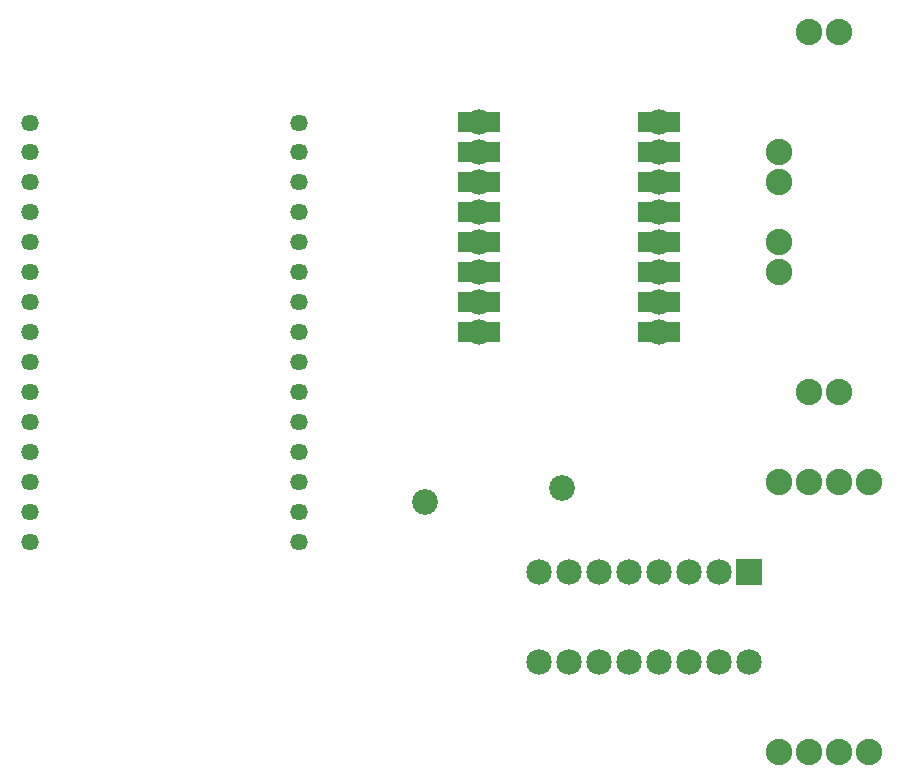
<source format=gts>
G04 MADE WITH FRITZING*
G04 WWW.FRITZING.ORG*
G04 DOUBLE SIDED*
G04 HOLES PLATED*
G04 CONTOUR ON CENTER OF CONTOUR VECTOR*
%ASAXBY*%
%FSLAX23Y23*%
%MOIN*%
%OFA0B0*%
%SFA1.0B1.0*%
%ADD10C,0.085000*%
%ADD11C,0.088000*%
%ADD12C,0.084000*%
%ADD13C,0.057829*%
%ADD14C,0.085433*%
%ADD15R,0.085000X0.085000*%
%ADD16R,0.001000X0.001000*%
%LNMASK1*%
G90*
G70*
G54D10*
X2748Y710D03*
X2748Y410D03*
X2648Y710D03*
X2648Y410D03*
X2548Y710D03*
X2548Y410D03*
X2448Y710D03*
X2448Y410D03*
X2348Y710D03*
X2348Y410D03*
X2248Y710D03*
X2248Y410D03*
X2148Y710D03*
X2148Y410D03*
X2048Y710D03*
X2048Y410D03*
G54D11*
X3048Y1310D03*
X2948Y1310D03*
G54D12*
X2448Y2210D03*
X2448Y2110D03*
X2448Y2010D03*
X2448Y1910D03*
X2448Y1810D03*
X2448Y1710D03*
X2448Y1610D03*
X2448Y1510D03*
X1848Y1510D03*
X1848Y1610D03*
X1848Y1710D03*
X1848Y1810D03*
X1848Y1910D03*
X1848Y2010D03*
X1848Y2110D03*
X1848Y2210D03*
G54D13*
X1248Y2009D03*
X351Y2208D03*
X351Y2109D03*
X351Y2009D03*
X351Y1909D03*
X351Y1809D03*
X1248Y2109D03*
X1248Y2208D03*
X1248Y1909D03*
X351Y1709D03*
X351Y1609D03*
X351Y1510D03*
X351Y1410D03*
X351Y1310D03*
X351Y1210D03*
X351Y1110D03*
X351Y1010D03*
X351Y910D03*
X351Y811D03*
X1248Y1510D03*
X1248Y1410D03*
X1248Y1310D03*
X1248Y1210D03*
X1248Y1110D03*
X1248Y1010D03*
X1248Y910D03*
X1248Y811D03*
X1248Y1809D03*
X1248Y1709D03*
X1248Y1609D03*
G54D11*
X2848Y2110D03*
X2848Y2010D03*
X2848Y1810D03*
X2848Y1710D03*
X3048Y2510D03*
X2948Y2510D03*
X2948Y110D03*
X2848Y110D03*
X3048Y110D03*
X3148Y110D03*
X3148Y1010D03*
X3048Y1010D03*
X2948Y1010D03*
X2848Y1010D03*
G54D14*
X1668Y944D03*
X2124Y992D03*
G54D15*
X2748Y710D03*
G54D16*
X1778Y2244D02*
X1918Y2244D01*
X2378Y2244D02*
X2518Y2244D01*
X1778Y2243D02*
X1918Y2243D01*
X2378Y2243D02*
X2518Y2243D01*
X1778Y2242D02*
X1918Y2242D01*
X2378Y2242D02*
X2518Y2242D01*
X1778Y2241D02*
X1918Y2241D01*
X2378Y2241D02*
X2518Y2241D01*
X1778Y2240D02*
X1918Y2240D01*
X2378Y2240D02*
X2518Y2240D01*
X1778Y2239D02*
X1918Y2239D01*
X2378Y2239D02*
X2518Y2239D01*
X1778Y2238D02*
X1918Y2238D01*
X2378Y2238D02*
X2518Y2238D01*
X1778Y2237D02*
X1918Y2237D01*
X2378Y2237D02*
X2518Y2237D01*
X1778Y2236D02*
X1918Y2236D01*
X2378Y2236D02*
X2518Y2236D01*
X1778Y2235D02*
X1918Y2235D01*
X2378Y2235D02*
X2518Y2235D01*
X1778Y2234D02*
X1918Y2234D01*
X2378Y2234D02*
X2518Y2234D01*
X1778Y2233D02*
X1840Y2233D01*
X1856Y2233D02*
X1918Y2233D01*
X2378Y2233D02*
X2440Y2233D01*
X2456Y2233D02*
X2518Y2233D01*
X1778Y2232D02*
X1838Y2232D01*
X1858Y2232D02*
X1918Y2232D01*
X2378Y2232D02*
X2438Y2232D01*
X2458Y2232D02*
X2518Y2232D01*
X1778Y2231D02*
X1836Y2231D01*
X1860Y2231D02*
X1918Y2231D01*
X2378Y2231D02*
X2436Y2231D01*
X2460Y2231D02*
X2518Y2231D01*
X1778Y2230D02*
X1834Y2230D01*
X1862Y2230D02*
X1918Y2230D01*
X2378Y2230D02*
X2434Y2230D01*
X2462Y2230D02*
X2518Y2230D01*
X1778Y2229D02*
X1833Y2229D01*
X1863Y2229D02*
X1918Y2229D01*
X2378Y2229D02*
X2433Y2229D01*
X2463Y2229D02*
X2518Y2229D01*
X1778Y2228D02*
X1832Y2228D01*
X1864Y2228D02*
X1918Y2228D01*
X2378Y2228D02*
X2432Y2228D01*
X2464Y2228D02*
X2518Y2228D01*
X1778Y2227D02*
X1831Y2227D01*
X1865Y2227D02*
X1918Y2227D01*
X2378Y2227D02*
X2431Y2227D01*
X2465Y2227D02*
X2518Y2227D01*
X1778Y2226D02*
X1830Y2226D01*
X1866Y2226D02*
X1918Y2226D01*
X2378Y2226D02*
X2430Y2226D01*
X2466Y2226D02*
X2518Y2226D01*
X1778Y2225D02*
X1829Y2225D01*
X1867Y2225D02*
X1918Y2225D01*
X2378Y2225D02*
X2429Y2225D01*
X2467Y2225D02*
X2518Y2225D01*
X1778Y2224D02*
X1828Y2224D01*
X1868Y2224D02*
X1918Y2224D01*
X2378Y2224D02*
X2428Y2224D01*
X2468Y2224D02*
X2518Y2224D01*
X1778Y2223D02*
X1827Y2223D01*
X1868Y2223D02*
X1918Y2223D01*
X2378Y2223D02*
X2427Y2223D01*
X2468Y2223D02*
X2518Y2223D01*
X1778Y2222D02*
X1827Y2222D01*
X1869Y2222D02*
X1918Y2222D01*
X2378Y2222D02*
X2427Y2222D01*
X2469Y2222D02*
X2518Y2222D01*
X1778Y2221D02*
X1826Y2221D01*
X1869Y2221D02*
X1918Y2221D01*
X2378Y2221D02*
X2426Y2221D01*
X2469Y2221D02*
X2518Y2221D01*
X1778Y2220D02*
X1826Y2220D01*
X1870Y2220D02*
X1918Y2220D01*
X2378Y2220D02*
X2426Y2220D01*
X2470Y2220D02*
X2518Y2220D01*
X1778Y2219D02*
X1825Y2219D01*
X1870Y2219D02*
X1918Y2219D01*
X2378Y2219D02*
X2425Y2219D01*
X2470Y2219D02*
X2518Y2219D01*
X1778Y2218D02*
X1825Y2218D01*
X1871Y2218D02*
X1918Y2218D01*
X2378Y2218D02*
X2425Y2218D01*
X2471Y2218D02*
X2518Y2218D01*
X1778Y2217D02*
X1825Y2217D01*
X1871Y2217D02*
X1918Y2217D01*
X2378Y2217D02*
X2425Y2217D01*
X2471Y2217D02*
X2518Y2217D01*
X1778Y2216D02*
X1825Y2216D01*
X1871Y2216D02*
X1918Y2216D01*
X2378Y2216D02*
X2425Y2216D01*
X2471Y2216D02*
X2518Y2216D01*
X1778Y2215D02*
X1824Y2215D01*
X1872Y2215D02*
X1918Y2215D01*
X2378Y2215D02*
X2424Y2215D01*
X2472Y2215D02*
X2518Y2215D01*
X1778Y2214D02*
X1824Y2214D01*
X1872Y2214D02*
X1918Y2214D01*
X2378Y2214D02*
X2424Y2214D01*
X2472Y2214D02*
X2518Y2214D01*
X1778Y2213D02*
X1824Y2213D01*
X1872Y2213D02*
X1918Y2213D01*
X2378Y2213D02*
X2424Y2213D01*
X2472Y2213D02*
X2518Y2213D01*
X1778Y2212D02*
X1824Y2212D01*
X1872Y2212D02*
X1918Y2212D01*
X2378Y2212D02*
X2424Y2212D01*
X2472Y2212D02*
X2518Y2212D01*
X1778Y2211D02*
X1824Y2211D01*
X1872Y2211D02*
X1918Y2211D01*
X2378Y2211D02*
X2424Y2211D01*
X2472Y2211D02*
X2518Y2211D01*
X1778Y2210D02*
X1824Y2210D01*
X1872Y2210D02*
X1918Y2210D01*
X2378Y2210D02*
X2424Y2210D01*
X2472Y2210D02*
X2518Y2210D01*
X1778Y2209D02*
X1824Y2209D01*
X1872Y2209D02*
X1918Y2209D01*
X2378Y2209D02*
X2424Y2209D01*
X2472Y2209D02*
X2518Y2209D01*
X1778Y2208D02*
X1824Y2208D01*
X1872Y2208D02*
X1918Y2208D01*
X2378Y2208D02*
X2424Y2208D01*
X2472Y2208D02*
X2518Y2208D01*
X1778Y2207D02*
X1824Y2207D01*
X1872Y2207D02*
X1918Y2207D01*
X2378Y2207D02*
X2424Y2207D01*
X2472Y2207D02*
X2518Y2207D01*
X1778Y2206D02*
X1824Y2206D01*
X1872Y2206D02*
X1918Y2206D01*
X2378Y2206D02*
X2424Y2206D01*
X2472Y2206D02*
X2518Y2206D01*
X1778Y2205D02*
X1825Y2205D01*
X1871Y2205D02*
X1918Y2205D01*
X2378Y2205D02*
X2425Y2205D01*
X2471Y2205D02*
X2518Y2205D01*
X1778Y2204D02*
X1825Y2204D01*
X1871Y2204D02*
X1918Y2204D01*
X2378Y2204D02*
X2425Y2204D01*
X2471Y2204D02*
X2518Y2204D01*
X1778Y2203D02*
X1825Y2203D01*
X1871Y2203D02*
X1918Y2203D01*
X2378Y2203D02*
X2425Y2203D01*
X2471Y2203D02*
X2518Y2203D01*
X1778Y2202D02*
X1825Y2202D01*
X1870Y2202D02*
X1918Y2202D01*
X2378Y2202D02*
X2425Y2202D01*
X2470Y2202D02*
X2518Y2202D01*
X1778Y2201D02*
X1826Y2201D01*
X1870Y2201D02*
X1918Y2201D01*
X2378Y2201D02*
X2426Y2201D01*
X2470Y2201D02*
X2518Y2201D01*
X1778Y2200D02*
X1826Y2200D01*
X1869Y2200D02*
X1918Y2200D01*
X2378Y2200D02*
X2426Y2200D01*
X2469Y2200D02*
X2518Y2200D01*
X1778Y2199D02*
X1827Y2199D01*
X1869Y2199D02*
X1918Y2199D01*
X2378Y2199D02*
X2427Y2199D01*
X2469Y2199D02*
X2518Y2199D01*
X1778Y2198D02*
X1828Y2198D01*
X1868Y2198D02*
X1918Y2198D01*
X2378Y2198D02*
X2428Y2198D01*
X2468Y2198D02*
X2518Y2198D01*
X1778Y2197D02*
X1828Y2197D01*
X1868Y2197D02*
X1918Y2197D01*
X2378Y2197D02*
X2428Y2197D01*
X2468Y2197D02*
X2518Y2197D01*
X1778Y2196D02*
X1829Y2196D01*
X1867Y2196D02*
X1918Y2196D01*
X2378Y2196D02*
X2429Y2196D01*
X2467Y2196D02*
X2518Y2196D01*
X1778Y2195D02*
X1830Y2195D01*
X1866Y2195D02*
X1918Y2195D01*
X2378Y2195D02*
X2430Y2195D01*
X2466Y2195D02*
X2518Y2195D01*
X1778Y2194D02*
X1831Y2194D01*
X1865Y2194D02*
X1918Y2194D01*
X2378Y2194D02*
X2431Y2194D01*
X2465Y2194D02*
X2518Y2194D01*
X1778Y2193D02*
X1832Y2193D01*
X1864Y2193D02*
X1918Y2193D01*
X2378Y2193D02*
X2432Y2193D01*
X2464Y2193D02*
X2518Y2193D01*
X1778Y2192D02*
X1833Y2192D01*
X1863Y2192D02*
X1918Y2192D01*
X2378Y2192D02*
X2433Y2192D01*
X2463Y2192D02*
X2518Y2192D01*
X1778Y2191D02*
X1834Y2191D01*
X1861Y2191D02*
X1918Y2191D01*
X2378Y2191D02*
X2434Y2191D01*
X2461Y2191D02*
X2518Y2191D01*
X1778Y2190D02*
X1836Y2190D01*
X1860Y2190D02*
X1918Y2190D01*
X2378Y2190D02*
X2436Y2190D01*
X2460Y2190D02*
X2518Y2190D01*
X1778Y2189D02*
X1838Y2189D01*
X1858Y2189D02*
X1918Y2189D01*
X2378Y2189D02*
X2438Y2189D01*
X2458Y2189D02*
X2518Y2189D01*
X1778Y2188D02*
X1841Y2188D01*
X1855Y2188D02*
X1918Y2188D01*
X2378Y2188D02*
X2441Y2188D01*
X2455Y2188D02*
X2518Y2188D01*
X1778Y2187D02*
X1918Y2187D01*
X2378Y2187D02*
X2518Y2187D01*
X1778Y2186D02*
X1918Y2186D01*
X2378Y2186D02*
X2518Y2186D01*
X1778Y2185D02*
X1918Y2185D01*
X2378Y2185D02*
X2518Y2185D01*
X1778Y2184D02*
X1918Y2184D01*
X2378Y2184D02*
X2518Y2184D01*
X1778Y2183D02*
X1918Y2183D01*
X2378Y2183D02*
X2518Y2183D01*
X1778Y2182D02*
X1918Y2182D01*
X2378Y2182D02*
X2518Y2182D01*
X1778Y2181D02*
X1918Y2181D01*
X2378Y2181D02*
X2518Y2181D01*
X1778Y2180D02*
X1918Y2180D01*
X2378Y2180D02*
X2518Y2180D01*
X1778Y2179D02*
X1918Y2179D01*
X2378Y2179D02*
X2518Y2179D01*
X1778Y2178D02*
X1918Y2178D01*
X2378Y2178D02*
X2518Y2178D01*
X1844Y2177D02*
X1852Y2177D01*
X2444Y2177D02*
X2452Y2177D01*
X1778Y2144D02*
X1918Y2144D01*
X2378Y2144D02*
X2518Y2144D01*
X1778Y2143D02*
X1918Y2143D01*
X2378Y2143D02*
X2518Y2143D01*
X1778Y2142D02*
X1918Y2142D01*
X2378Y2142D02*
X2518Y2142D01*
X1778Y2141D02*
X1918Y2141D01*
X2378Y2141D02*
X2518Y2141D01*
X1778Y2140D02*
X1918Y2140D01*
X2378Y2140D02*
X2518Y2140D01*
X1778Y2139D02*
X1918Y2139D01*
X2378Y2139D02*
X2518Y2139D01*
X1778Y2138D02*
X1918Y2138D01*
X2378Y2138D02*
X2518Y2138D01*
X1778Y2137D02*
X1918Y2137D01*
X2378Y2137D02*
X2518Y2137D01*
X1778Y2136D02*
X1918Y2136D01*
X2378Y2136D02*
X2518Y2136D01*
X1778Y2135D02*
X1918Y2135D01*
X2378Y2135D02*
X2518Y2135D01*
X1778Y2134D02*
X1918Y2134D01*
X2378Y2134D02*
X2518Y2134D01*
X1778Y2133D02*
X1840Y2133D01*
X1856Y2133D02*
X1918Y2133D01*
X2378Y2133D02*
X2440Y2133D01*
X2456Y2133D02*
X2518Y2133D01*
X1778Y2132D02*
X1838Y2132D01*
X1858Y2132D02*
X1918Y2132D01*
X2378Y2132D02*
X2438Y2132D01*
X2458Y2132D02*
X2518Y2132D01*
X1778Y2131D02*
X1836Y2131D01*
X1860Y2131D02*
X1918Y2131D01*
X2378Y2131D02*
X2436Y2131D01*
X2460Y2131D02*
X2518Y2131D01*
X1778Y2130D02*
X1834Y2130D01*
X1862Y2130D02*
X1918Y2130D01*
X2378Y2130D02*
X2434Y2130D01*
X2462Y2130D02*
X2518Y2130D01*
X1778Y2129D02*
X1833Y2129D01*
X1863Y2129D02*
X1918Y2129D01*
X2378Y2129D02*
X2433Y2129D01*
X2463Y2129D02*
X2518Y2129D01*
X1778Y2128D02*
X1832Y2128D01*
X1864Y2128D02*
X1918Y2128D01*
X2378Y2128D02*
X2432Y2128D01*
X2464Y2128D02*
X2518Y2128D01*
X1778Y2127D02*
X1831Y2127D01*
X1865Y2127D02*
X1918Y2127D01*
X2378Y2127D02*
X2431Y2127D01*
X2465Y2127D02*
X2518Y2127D01*
X1778Y2126D02*
X1830Y2126D01*
X1866Y2126D02*
X1918Y2126D01*
X2378Y2126D02*
X2430Y2126D01*
X2466Y2126D02*
X2518Y2126D01*
X1778Y2125D02*
X1829Y2125D01*
X1867Y2125D02*
X1918Y2125D01*
X2378Y2125D02*
X2429Y2125D01*
X2467Y2125D02*
X2518Y2125D01*
X1778Y2124D02*
X1828Y2124D01*
X1868Y2124D02*
X1918Y2124D01*
X2378Y2124D02*
X2428Y2124D01*
X2468Y2124D02*
X2518Y2124D01*
X1778Y2123D02*
X1827Y2123D01*
X1868Y2123D02*
X1918Y2123D01*
X2378Y2123D02*
X2427Y2123D01*
X2468Y2123D02*
X2518Y2123D01*
X1778Y2122D02*
X1827Y2122D01*
X1869Y2122D02*
X1918Y2122D01*
X2378Y2122D02*
X2427Y2122D01*
X2469Y2122D02*
X2518Y2122D01*
X1778Y2121D02*
X1826Y2121D01*
X1870Y2121D02*
X1918Y2121D01*
X2378Y2121D02*
X2426Y2121D01*
X2470Y2121D02*
X2518Y2121D01*
X1778Y2120D02*
X1826Y2120D01*
X1870Y2120D02*
X1918Y2120D01*
X2378Y2120D02*
X2426Y2120D01*
X2470Y2120D02*
X2518Y2120D01*
X1778Y2119D02*
X1825Y2119D01*
X1870Y2119D02*
X1918Y2119D01*
X2378Y2119D02*
X2425Y2119D01*
X2470Y2119D02*
X2518Y2119D01*
X1778Y2118D02*
X1825Y2118D01*
X1871Y2118D02*
X1918Y2118D01*
X2378Y2118D02*
X2425Y2118D01*
X2471Y2118D02*
X2518Y2118D01*
X1778Y2117D02*
X1825Y2117D01*
X1871Y2117D02*
X1918Y2117D01*
X2378Y2117D02*
X2425Y2117D01*
X2471Y2117D02*
X2518Y2117D01*
X1778Y2116D02*
X1825Y2116D01*
X1871Y2116D02*
X1918Y2116D01*
X2378Y2116D02*
X2425Y2116D01*
X2471Y2116D02*
X2518Y2116D01*
X1778Y2115D02*
X1824Y2115D01*
X1872Y2115D02*
X1918Y2115D01*
X2378Y2115D02*
X2424Y2115D01*
X2472Y2115D02*
X2518Y2115D01*
X1778Y2114D02*
X1824Y2114D01*
X1872Y2114D02*
X1918Y2114D01*
X2378Y2114D02*
X2424Y2114D01*
X2472Y2114D02*
X2518Y2114D01*
X1778Y2113D02*
X1824Y2113D01*
X1872Y2113D02*
X1918Y2113D01*
X2378Y2113D02*
X2424Y2113D01*
X2472Y2113D02*
X2518Y2113D01*
X1778Y2112D02*
X1824Y2112D01*
X1872Y2112D02*
X1918Y2112D01*
X2378Y2112D02*
X2424Y2112D01*
X2472Y2112D02*
X2518Y2112D01*
X1778Y2111D02*
X1824Y2111D01*
X1872Y2111D02*
X1918Y2111D01*
X2378Y2111D02*
X2424Y2111D01*
X2472Y2111D02*
X2518Y2111D01*
X1778Y2110D02*
X1824Y2110D01*
X1872Y2110D02*
X1918Y2110D01*
X2378Y2110D02*
X2424Y2110D01*
X2472Y2110D02*
X2518Y2110D01*
X1778Y2109D02*
X1824Y2109D01*
X1872Y2109D02*
X1918Y2109D01*
X2378Y2109D02*
X2424Y2109D01*
X2472Y2109D02*
X2518Y2109D01*
X1778Y2108D02*
X1824Y2108D01*
X1872Y2108D02*
X1918Y2108D01*
X2378Y2108D02*
X2424Y2108D01*
X2472Y2108D02*
X2518Y2108D01*
X1778Y2107D02*
X1824Y2107D01*
X1872Y2107D02*
X1918Y2107D01*
X2378Y2107D02*
X2424Y2107D01*
X2472Y2107D02*
X2518Y2107D01*
X1778Y2106D02*
X1824Y2106D01*
X1872Y2106D02*
X1918Y2106D01*
X2378Y2106D02*
X2424Y2106D01*
X2472Y2106D02*
X2518Y2106D01*
X1778Y2105D02*
X1825Y2105D01*
X1871Y2105D02*
X1918Y2105D01*
X2378Y2105D02*
X2425Y2105D01*
X2471Y2105D02*
X2518Y2105D01*
X1778Y2104D02*
X1825Y2104D01*
X1871Y2104D02*
X1918Y2104D01*
X2378Y2104D02*
X2425Y2104D01*
X2471Y2104D02*
X2518Y2104D01*
X1778Y2103D02*
X1825Y2103D01*
X1871Y2103D02*
X1918Y2103D01*
X2378Y2103D02*
X2425Y2103D01*
X2471Y2103D02*
X2518Y2103D01*
X1778Y2102D02*
X1825Y2102D01*
X1870Y2102D02*
X1918Y2102D01*
X2378Y2102D02*
X2425Y2102D01*
X2470Y2102D02*
X2518Y2102D01*
X1778Y2101D02*
X1826Y2101D01*
X1870Y2101D02*
X1918Y2101D01*
X2378Y2101D02*
X2426Y2101D01*
X2470Y2101D02*
X2518Y2101D01*
X1778Y2100D02*
X1826Y2100D01*
X1869Y2100D02*
X1918Y2100D01*
X2378Y2100D02*
X2426Y2100D01*
X2469Y2100D02*
X2518Y2100D01*
X1778Y2099D02*
X1827Y2099D01*
X1869Y2099D02*
X1918Y2099D01*
X2378Y2099D02*
X2427Y2099D01*
X2469Y2099D02*
X2518Y2099D01*
X1778Y2098D02*
X1828Y2098D01*
X1868Y2098D02*
X1918Y2098D01*
X2378Y2098D02*
X2428Y2098D01*
X2468Y2098D02*
X2518Y2098D01*
X1778Y2097D02*
X1828Y2097D01*
X1868Y2097D02*
X1918Y2097D01*
X2378Y2097D02*
X2428Y2097D01*
X2468Y2097D02*
X2518Y2097D01*
X1778Y2096D02*
X1829Y2096D01*
X1867Y2096D02*
X1918Y2096D01*
X2378Y2096D02*
X2429Y2096D01*
X2467Y2096D02*
X2518Y2096D01*
X1778Y2095D02*
X1830Y2095D01*
X1866Y2095D02*
X1918Y2095D01*
X2378Y2095D02*
X2430Y2095D01*
X2466Y2095D02*
X2518Y2095D01*
X1778Y2094D02*
X1831Y2094D01*
X1865Y2094D02*
X1918Y2094D01*
X2378Y2094D02*
X2431Y2094D01*
X2465Y2094D02*
X2518Y2094D01*
X1778Y2093D02*
X1832Y2093D01*
X1864Y2093D02*
X1918Y2093D01*
X2378Y2093D02*
X2432Y2093D01*
X2464Y2093D02*
X2518Y2093D01*
X1778Y2092D02*
X1833Y2092D01*
X1863Y2092D02*
X1918Y2092D01*
X2378Y2092D02*
X2433Y2092D01*
X2463Y2092D02*
X2518Y2092D01*
X1778Y2091D02*
X1834Y2091D01*
X1861Y2091D02*
X1918Y2091D01*
X2378Y2091D02*
X2434Y2091D01*
X2461Y2091D02*
X2518Y2091D01*
X1778Y2090D02*
X1836Y2090D01*
X1860Y2090D02*
X1918Y2090D01*
X2378Y2090D02*
X2436Y2090D01*
X2460Y2090D02*
X2518Y2090D01*
X1778Y2089D02*
X1838Y2089D01*
X1858Y2089D02*
X1918Y2089D01*
X2378Y2089D02*
X2438Y2089D01*
X2458Y2089D02*
X2518Y2089D01*
X1778Y2088D02*
X1841Y2088D01*
X1855Y2088D02*
X1918Y2088D01*
X2378Y2088D02*
X2441Y2088D01*
X2455Y2088D02*
X2518Y2088D01*
X1778Y2087D02*
X1918Y2087D01*
X2378Y2087D02*
X2518Y2087D01*
X1778Y2086D02*
X1918Y2086D01*
X2378Y2086D02*
X2518Y2086D01*
X1778Y2085D02*
X1918Y2085D01*
X2378Y2085D02*
X2518Y2085D01*
X1778Y2084D02*
X1918Y2084D01*
X2378Y2084D02*
X2518Y2084D01*
X1778Y2083D02*
X1918Y2083D01*
X2378Y2083D02*
X2518Y2083D01*
X1778Y2082D02*
X1918Y2082D01*
X2378Y2082D02*
X2518Y2082D01*
X1778Y2081D02*
X1918Y2081D01*
X2378Y2081D02*
X2518Y2081D01*
X1778Y2080D02*
X1918Y2080D01*
X2378Y2080D02*
X2518Y2080D01*
X1778Y2079D02*
X1918Y2079D01*
X2378Y2079D02*
X2518Y2079D01*
X1778Y2078D02*
X1918Y2078D01*
X2378Y2078D02*
X2518Y2078D01*
X1845Y2077D02*
X1851Y2077D01*
X2445Y2077D02*
X2451Y2077D01*
X1778Y2044D02*
X1918Y2044D01*
X2378Y2044D02*
X2518Y2044D01*
X1778Y2043D02*
X1918Y2043D01*
X2378Y2043D02*
X2518Y2043D01*
X1778Y2042D02*
X1918Y2042D01*
X2378Y2042D02*
X2518Y2042D01*
X1778Y2041D02*
X1918Y2041D01*
X2378Y2041D02*
X2518Y2041D01*
X1778Y2040D02*
X1918Y2040D01*
X2378Y2040D02*
X2518Y2040D01*
X1778Y2039D02*
X1918Y2039D01*
X2378Y2039D02*
X2518Y2039D01*
X1778Y2038D02*
X1918Y2038D01*
X2378Y2038D02*
X2518Y2038D01*
X1778Y2037D02*
X1918Y2037D01*
X2378Y2037D02*
X2518Y2037D01*
X1778Y2036D02*
X1918Y2036D01*
X2378Y2036D02*
X2518Y2036D01*
X1778Y2035D02*
X1918Y2035D01*
X2378Y2035D02*
X2518Y2035D01*
X1778Y2034D02*
X1918Y2034D01*
X2378Y2034D02*
X2518Y2034D01*
X1778Y2033D02*
X1840Y2033D01*
X1856Y2033D02*
X1918Y2033D01*
X2378Y2033D02*
X2440Y2033D01*
X2456Y2033D02*
X2518Y2033D01*
X1778Y2032D02*
X1838Y2032D01*
X1858Y2032D02*
X1918Y2032D01*
X2378Y2032D02*
X2438Y2032D01*
X2458Y2032D02*
X2518Y2032D01*
X1778Y2031D02*
X1836Y2031D01*
X1860Y2031D02*
X1918Y2031D01*
X2378Y2031D02*
X2436Y2031D01*
X2460Y2031D02*
X2518Y2031D01*
X1778Y2030D02*
X1834Y2030D01*
X1862Y2030D02*
X1918Y2030D01*
X2378Y2030D02*
X2434Y2030D01*
X2462Y2030D02*
X2518Y2030D01*
X1778Y2029D02*
X1833Y2029D01*
X1863Y2029D02*
X1918Y2029D01*
X2378Y2029D02*
X2433Y2029D01*
X2463Y2029D02*
X2518Y2029D01*
X1778Y2028D02*
X1832Y2028D01*
X1864Y2028D02*
X1918Y2028D01*
X2378Y2028D02*
X2432Y2028D01*
X2464Y2028D02*
X2518Y2028D01*
X1778Y2027D02*
X1831Y2027D01*
X1865Y2027D02*
X1918Y2027D01*
X2378Y2027D02*
X2431Y2027D01*
X2465Y2027D02*
X2518Y2027D01*
X1778Y2026D02*
X1830Y2026D01*
X1866Y2026D02*
X1918Y2026D01*
X2378Y2026D02*
X2430Y2026D01*
X2466Y2026D02*
X2518Y2026D01*
X1778Y2025D02*
X1829Y2025D01*
X1867Y2025D02*
X1918Y2025D01*
X2378Y2025D02*
X2429Y2025D01*
X2467Y2025D02*
X2518Y2025D01*
X1778Y2024D02*
X1828Y2024D01*
X1868Y2024D02*
X1918Y2024D01*
X2378Y2024D02*
X2428Y2024D01*
X2468Y2024D02*
X2518Y2024D01*
X1778Y2023D02*
X1827Y2023D01*
X1868Y2023D02*
X1918Y2023D01*
X2378Y2023D02*
X2427Y2023D01*
X2468Y2023D02*
X2518Y2023D01*
X1778Y2022D02*
X1827Y2022D01*
X1869Y2022D02*
X1918Y2022D01*
X2378Y2022D02*
X2427Y2022D01*
X2469Y2022D02*
X2518Y2022D01*
X1778Y2021D02*
X1826Y2021D01*
X1870Y2021D02*
X1918Y2021D01*
X2378Y2021D02*
X2426Y2021D01*
X2470Y2021D02*
X2518Y2021D01*
X1778Y2020D02*
X1826Y2020D01*
X1870Y2020D02*
X1918Y2020D01*
X2378Y2020D02*
X2426Y2020D01*
X2470Y2020D02*
X2518Y2020D01*
X1778Y2019D02*
X1825Y2019D01*
X1870Y2019D02*
X1918Y2019D01*
X2378Y2019D02*
X2425Y2019D01*
X2470Y2019D02*
X2518Y2019D01*
X1778Y2018D02*
X1825Y2018D01*
X1871Y2018D02*
X1918Y2018D01*
X2378Y2018D02*
X2425Y2018D01*
X2471Y2018D02*
X2518Y2018D01*
X1778Y2017D02*
X1825Y2017D01*
X1871Y2017D02*
X1918Y2017D01*
X2378Y2017D02*
X2425Y2017D01*
X2471Y2017D02*
X2518Y2017D01*
X1778Y2016D02*
X1825Y2016D01*
X1871Y2016D02*
X1918Y2016D01*
X2378Y2016D02*
X2425Y2016D01*
X2471Y2016D02*
X2518Y2016D01*
X1778Y2015D02*
X1824Y2015D01*
X1872Y2015D02*
X1918Y2015D01*
X2378Y2015D02*
X2424Y2015D01*
X2472Y2015D02*
X2518Y2015D01*
X1778Y2014D02*
X1824Y2014D01*
X1872Y2014D02*
X1918Y2014D01*
X2378Y2014D02*
X2424Y2014D01*
X2472Y2014D02*
X2518Y2014D01*
X1778Y2013D02*
X1824Y2013D01*
X1872Y2013D02*
X1918Y2013D01*
X2378Y2013D02*
X2424Y2013D01*
X2472Y2013D02*
X2518Y2013D01*
X1778Y2012D02*
X1824Y2012D01*
X1872Y2012D02*
X1918Y2012D01*
X2378Y2012D02*
X2424Y2012D01*
X2472Y2012D02*
X2518Y2012D01*
X1778Y2011D02*
X1824Y2011D01*
X1872Y2011D02*
X1918Y2011D01*
X2378Y2011D02*
X2424Y2011D01*
X2472Y2011D02*
X2518Y2011D01*
X1778Y2010D02*
X1824Y2010D01*
X1872Y2010D02*
X1918Y2010D01*
X2378Y2010D02*
X2424Y2010D01*
X2472Y2010D02*
X2518Y2010D01*
X1778Y2009D02*
X1824Y2009D01*
X1872Y2009D02*
X1918Y2009D01*
X2378Y2009D02*
X2424Y2009D01*
X2472Y2009D02*
X2518Y2009D01*
X1778Y2008D02*
X1824Y2008D01*
X1872Y2008D02*
X1918Y2008D01*
X2378Y2008D02*
X2424Y2008D01*
X2472Y2008D02*
X2518Y2008D01*
X1778Y2007D02*
X1824Y2007D01*
X1872Y2007D02*
X1918Y2007D01*
X2378Y2007D02*
X2424Y2007D01*
X2472Y2007D02*
X2518Y2007D01*
X1778Y2006D02*
X1824Y2006D01*
X1872Y2006D02*
X1918Y2006D01*
X2378Y2006D02*
X2424Y2006D01*
X2471Y2006D02*
X2518Y2006D01*
X1778Y2005D02*
X1825Y2005D01*
X1871Y2005D02*
X1918Y2005D01*
X2378Y2005D02*
X2425Y2005D01*
X2471Y2005D02*
X2518Y2005D01*
X1778Y2004D02*
X1825Y2004D01*
X1871Y2004D02*
X1918Y2004D01*
X2378Y2004D02*
X2425Y2004D01*
X2471Y2004D02*
X2518Y2004D01*
X1778Y2003D02*
X1825Y2003D01*
X1871Y2003D02*
X1918Y2003D01*
X2378Y2003D02*
X2425Y2003D01*
X2471Y2003D02*
X2518Y2003D01*
X1778Y2002D02*
X1826Y2002D01*
X1870Y2002D02*
X1918Y2002D01*
X2378Y2002D02*
X2426Y2002D01*
X2470Y2002D02*
X2518Y2002D01*
X1778Y2001D02*
X1826Y2001D01*
X1870Y2001D02*
X1918Y2001D01*
X2378Y2001D02*
X2426Y2001D01*
X2470Y2001D02*
X2518Y2001D01*
X1778Y2000D02*
X1827Y2000D01*
X1869Y2000D02*
X1918Y2000D01*
X2378Y2000D02*
X2427Y2000D01*
X2469Y2000D02*
X2518Y2000D01*
X1778Y1999D02*
X1827Y1999D01*
X1869Y1999D02*
X1918Y1999D01*
X2378Y1999D02*
X2427Y1999D01*
X2469Y1999D02*
X2518Y1999D01*
X1778Y1998D02*
X1828Y1998D01*
X1868Y1998D02*
X1918Y1998D01*
X2378Y1998D02*
X2428Y1998D01*
X2468Y1998D02*
X2518Y1998D01*
X1778Y1997D02*
X1828Y1997D01*
X1868Y1997D02*
X1918Y1997D01*
X2378Y1997D02*
X2428Y1997D01*
X2468Y1997D02*
X2518Y1997D01*
X1778Y1996D02*
X1829Y1996D01*
X1867Y1996D02*
X1918Y1996D01*
X2378Y1996D02*
X2429Y1996D01*
X2467Y1996D02*
X2518Y1996D01*
X1778Y1995D02*
X1830Y1995D01*
X1866Y1995D02*
X1918Y1995D01*
X2378Y1995D02*
X2430Y1995D01*
X2466Y1995D02*
X2518Y1995D01*
X1778Y1994D02*
X1831Y1994D01*
X1865Y1994D02*
X1918Y1994D01*
X2378Y1994D02*
X2431Y1994D01*
X2465Y1994D02*
X2518Y1994D01*
X1778Y1993D02*
X1832Y1993D01*
X1864Y1993D02*
X1918Y1993D01*
X2378Y1993D02*
X2432Y1993D01*
X2464Y1993D02*
X2518Y1993D01*
X1778Y1992D02*
X1833Y1992D01*
X1863Y1992D02*
X1918Y1992D01*
X2378Y1992D02*
X2433Y1992D01*
X2463Y1992D02*
X2518Y1992D01*
X1778Y1991D02*
X1835Y1991D01*
X1861Y1991D02*
X1918Y1991D01*
X2378Y1991D02*
X2435Y1991D01*
X2461Y1991D02*
X2518Y1991D01*
X1778Y1990D02*
X1836Y1990D01*
X1860Y1990D02*
X1918Y1990D01*
X2378Y1990D02*
X2436Y1990D01*
X2460Y1990D02*
X2518Y1990D01*
X1778Y1989D02*
X1838Y1989D01*
X1858Y1989D02*
X1918Y1989D01*
X2378Y1989D02*
X2438Y1989D01*
X2458Y1989D02*
X2518Y1989D01*
X1778Y1988D02*
X1841Y1988D01*
X1855Y1988D02*
X1918Y1988D01*
X2378Y1988D02*
X2441Y1988D01*
X2455Y1988D02*
X2518Y1988D01*
X1778Y1987D02*
X1918Y1987D01*
X2378Y1987D02*
X2518Y1987D01*
X1778Y1986D02*
X1918Y1986D01*
X2378Y1986D02*
X2518Y1986D01*
X1778Y1985D02*
X1918Y1985D01*
X2378Y1985D02*
X2518Y1985D01*
X1778Y1984D02*
X1918Y1984D01*
X2378Y1984D02*
X2518Y1984D01*
X1778Y1983D02*
X1918Y1983D01*
X2378Y1983D02*
X2518Y1983D01*
X1778Y1982D02*
X1918Y1982D01*
X2378Y1982D02*
X2518Y1982D01*
X1778Y1981D02*
X1918Y1981D01*
X2378Y1981D02*
X2518Y1981D01*
X1778Y1980D02*
X1918Y1980D01*
X2378Y1980D02*
X2518Y1980D01*
X1778Y1979D02*
X1918Y1979D01*
X2378Y1979D02*
X2518Y1979D01*
X1778Y1978D02*
X1918Y1978D01*
X2378Y1978D02*
X2518Y1978D01*
X1845Y1977D02*
X1850Y1977D01*
X2445Y1977D02*
X2450Y1977D01*
X1778Y1944D02*
X1918Y1944D01*
X2378Y1944D02*
X2518Y1944D01*
X1778Y1943D02*
X1918Y1943D01*
X2378Y1943D02*
X2518Y1943D01*
X1778Y1942D02*
X1918Y1942D01*
X2378Y1942D02*
X2518Y1942D01*
X1778Y1941D02*
X1918Y1941D01*
X2378Y1941D02*
X2518Y1941D01*
X1778Y1940D02*
X1918Y1940D01*
X2378Y1940D02*
X2518Y1940D01*
X1778Y1939D02*
X1918Y1939D01*
X2378Y1939D02*
X2518Y1939D01*
X1778Y1938D02*
X1918Y1938D01*
X2378Y1938D02*
X2518Y1938D01*
X1778Y1937D02*
X1918Y1937D01*
X2378Y1937D02*
X2518Y1937D01*
X1778Y1936D02*
X1918Y1936D01*
X2378Y1936D02*
X2518Y1936D01*
X1778Y1935D02*
X1918Y1935D01*
X2378Y1935D02*
X2518Y1935D01*
X1778Y1934D02*
X1918Y1934D01*
X2378Y1934D02*
X2518Y1934D01*
X1778Y1933D02*
X1840Y1933D01*
X1856Y1933D02*
X1918Y1933D01*
X2378Y1933D02*
X2440Y1933D01*
X2456Y1933D02*
X2518Y1933D01*
X1778Y1932D02*
X1837Y1932D01*
X1858Y1932D02*
X1918Y1932D01*
X2378Y1932D02*
X2437Y1932D01*
X2458Y1932D02*
X2518Y1932D01*
X1778Y1931D02*
X1836Y1931D01*
X1860Y1931D02*
X1918Y1931D01*
X2378Y1931D02*
X2436Y1931D01*
X2460Y1931D02*
X2518Y1931D01*
X1778Y1930D02*
X1834Y1930D01*
X1862Y1930D02*
X1918Y1930D01*
X2378Y1930D02*
X2434Y1930D01*
X2462Y1930D02*
X2518Y1930D01*
X1778Y1929D02*
X1833Y1929D01*
X1863Y1929D02*
X1918Y1929D01*
X2378Y1929D02*
X2433Y1929D01*
X2463Y1929D02*
X2518Y1929D01*
X1778Y1928D02*
X1832Y1928D01*
X1864Y1928D02*
X1918Y1928D01*
X2378Y1928D02*
X2432Y1928D01*
X2464Y1928D02*
X2518Y1928D01*
X1778Y1927D02*
X1831Y1927D01*
X1865Y1927D02*
X1918Y1927D01*
X2378Y1927D02*
X2431Y1927D01*
X2465Y1927D02*
X2518Y1927D01*
X1778Y1926D02*
X1830Y1926D01*
X1866Y1926D02*
X1918Y1926D01*
X2378Y1926D02*
X2430Y1926D01*
X2466Y1926D02*
X2518Y1926D01*
X1778Y1925D02*
X1829Y1925D01*
X1867Y1925D02*
X1918Y1925D01*
X2378Y1925D02*
X2429Y1925D01*
X2467Y1925D02*
X2518Y1925D01*
X1778Y1924D02*
X1828Y1924D01*
X1868Y1924D02*
X1918Y1924D01*
X2378Y1924D02*
X2428Y1924D01*
X2468Y1924D02*
X2518Y1924D01*
X1778Y1923D02*
X1827Y1923D01*
X1868Y1923D02*
X1918Y1923D01*
X2378Y1923D02*
X2427Y1923D01*
X2468Y1923D02*
X2518Y1923D01*
X1778Y1922D02*
X1827Y1922D01*
X1869Y1922D02*
X1918Y1922D01*
X2378Y1922D02*
X2427Y1922D01*
X2469Y1922D02*
X2518Y1922D01*
X1778Y1921D02*
X1826Y1921D01*
X1870Y1921D02*
X1918Y1921D01*
X2378Y1921D02*
X2426Y1921D01*
X2470Y1921D02*
X2518Y1921D01*
X1778Y1920D02*
X1826Y1920D01*
X1870Y1920D02*
X1918Y1920D01*
X2378Y1920D02*
X2426Y1920D01*
X2470Y1920D02*
X2518Y1920D01*
X1778Y1919D02*
X1825Y1919D01*
X1870Y1919D02*
X1918Y1919D01*
X2378Y1919D02*
X2425Y1919D01*
X2470Y1919D02*
X2518Y1919D01*
X1778Y1918D02*
X1825Y1918D01*
X1871Y1918D02*
X1918Y1918D01*
X2378Y1918D02*
X2425Y1918D01*
X2471Y1918D02*
X2518Y1918D01*
X1778Y1917D02*
X1825Y1917D01*
X1871Y1917D02*
X1918Y1917D01*
X2378Y1917D02*
X2425Y1917D01*
X2471Y1917D02*
X2518Y1917D01*
X1778Y1916D02*
X1824Y1916D01*
X1871Y1916D02*
X1918Y1916D01*
X2378Y1916D02*
X2424Y1916D01*
X2471Y1916D02*
X2518Y1916D01*
X1778Y1915D02*
X1824Y1915D01*
X1872Y1915D02*
X1918Y1915D01*
X2378Y1915D02*
X2424Y1915D01*
X2472Y1915D02*
X2518Y1915D01*
X1778Y1914D02*
X1824Y1914D01*
X1872Y1914D02*
X1918Y1914D01*
X2378Y1914D02*
X2424Y1914D01*
X2472Y1914D02*
X2518Y1914D01*
X1778Y1913D02*
X1824Y1913D01*
X1872Y1913D02*
X1918Y1913D01*
X2378Y1913D02*
X2424Y1913D01*
X2472Y1913D02*
X2518Y1913D01*
X1778Y1912D02*
X1824Y1912D01*
X1872Y1912D02*
X1918Y1912D01*
X2378Y1912D02*
X2424Y1912D01*
X2472Y1912D02*
X2518Y1912D01*
X1778Y1911D02*
X1824Y1911D01*
X1872Y1911D02*
X1918Y1911D01*
X2378Y1911D02*
X2424Y1911D01*
X2472Y1911D02*
X2518Y1911D01*
X1778Y1910D02*
X1824Y1910D01*
X1872Y1910D02*
X1918Y1910D01*
X2378Y1910D02*
X2424Y1910D01*
X2472Y1910D02*
X2518Y1910D01*
X1778Y1909D02*
X1824Y1909D01*
X1872Y1909D02*
X1918Y1909D01*
X2378Y1909D02*
X2424Y1909D01*
X2472Y1909D02*
X2518Y1909D01*
X1778Y1908D02*
X1824Y1908D01*
X1872Y1908D02*
X1918Y1908D01*
X2378Y1908D02*
X2424Y1908D01*
X2472Y1908D02*
X2518Y1908D01*
X1778Y1907D02*
X1824Y1907D01*
X1872Y1907D02*
X1918Y1907D01*
X2378Y1907D02*
X2424Y1907D01*
X2472Y1907D02*
X2518Y1907D01*
X1778Y1906D02*
X1824Y1906D01*
X1872Y1906D02*
X1918Y1906D01*
X2378Y1906D02*
X2424Y1906D01*
X2471Y1906D02*
X2518Y1906D01*
X1778Y1905D02*
X1825Y1905D01*
X1871Y1905D02*
X1918Y1905D01*
X2378Y1905D02*
X2425Y1905D01*
X2471Y1905D02*
X2518Y1905D01*
X1778Y1904D02*
X1825Y1904D01*
X1871Y1904D02*
X1918Y1904D01*
X2378Y1904D02*
X2425Y1904D01*
X2471Y1904D02*
X2518Y1904D01*
X1778Y1903D02*
X1825Y1903D01*
X1871Y1903D02*
X1918Y1903D01*
X2378Y1903D02*
X2425Y1903D01*
X2471Y1903D02*
X2518Y1903D01*
X1778Y1902D02*
X1826Y1902D01*
X1870Y1902D02*
X1918Y1902D01*
X2378Y1902D02*
X2426Y1902D01*
X2470Y1902D02*
X2518Y1902D01*
X1778Y1901D02*
X1826Y1901D01*
X1870Y1901D02*
X1918Y1901D01*
X2378Y1901D02*
X2426Y1901D01*
X2470Y1901D02*
X2518Y1901D01*
X1778Y1900D02*
X1827Y1900D01*
X1869Y1900D02*
X1918Y1900D01*
X2378Y1900D02*
X2427Y1900D01*
X2469Y1900D02*
X2518Y1900D01*
X1778Y1899D02*
X1827Y1899D01*
X1869Y1899D02*
X1918Y1899D01*
X2378Y1899D02*
X2427Y1899D01*
X2469Y1899D02*
X2518Y1899D01*
X1778Y1898D02*
X1828Y1898D01*
X1868Y1898D02*
X1918Y1898D01*
X2378Y1898D02*
X2428Y1898D01*
X2468Y1898D02*
X2518Y1898D01*
X1778Y1897D02*
X1828Y1897D01*
X1868Y1897D02*
X1918Y1897D01*
X2378Y1897D02*
X2428Y1897D01*
X2468Y1897D02*
X2518Y1897D01*
X1778Y1896D02*
X1829Y1896D01*
X1867Y1896D02*
X1918Y1896D01*
X2378Y1896D02*
X2429Y1896D01*
X2467Y1896D02*
X2518Y1896D01*
X1778Y1895D02*
X1830Y1895D01*
X1866Y1895D02*
X1918Y1895D01*
X2378Y1895D02*
X2430Y1895D01*
X2466Y1895D02*
X2518Y1895D01*
X1778Y1894D02*
X1831Y1894D01*
X1865Y1894D02*
X1918Y1894D01*
X2378Y1894D02*
X2431Y1894D01*
X2465Y1894D02*
X2518Y1894D01*
X1778Y1893D02*
X1832Y1893D01*
X1864Y1893D02*
X1918Y1893D01*
X2378Y1893D02*
X2432Y1893D01*
X2464Y1893D02*
X2518Y1893D01*
X1778Y1892D02*
X1833Y1892D01*
X1863Y1892D02*
X1918Y1892D01*
X2378Y1892D02*
X2433Y1892D01*
X2463Y1892D02*
X2518Y1892D01*
X1778Y1891D02*
X1835Y1891D01*
X1861Y1891D02*
X1918Y1891D01*
X2378Y1891D02*
X2435Y1891D01*
X2461Y1891D02*
X2518Y1891D01*
X1778Y1890D02*
X1836Y1890D01*
X1859Y1890D02*
X1918Y1890D01*
X2378Y1890D02*
X2436Y1890D01*
X2459Y1890D02*
X2518Y1890D01*
X1778Y1889D02*
X1838Y1889D01*
X1858Y1889D02*
X1918Y1889D01*
X2378Y1889D02*
X2438Y1889D01*
X2458Y1889D02*
X2518Y1889D01*
X1778Y1888D02*
X1841Y1888D01*
X1855Y1888D02*
X1918Y1888D01*
X2378Y1888D02*
X2441Y1888D01*
X2455Y1888D02*
X2518Y1888D01*
X1778Y1887D02*
X1918Y1887D01*
X2378Y1887D02*
X2518Y1887D01*
X1778Y1886D02*
X1918Y1886D01*
X2378Y1886D02*
X2518Y1886D01*
X1778Y1885D02*
X1918Y1885D01*
X2378Y1885D02*
X2518Y1885D01*
X1778Y1884D02*
X1918Y1884D01*
X2378Y1884D02*
X2518Y1884D01*
X1778Y1883D02*
X1918Y1883D01*
X2378Y1883D02*
X2518Y1883D01*
X1778Y1882D02*
X1918Y1882D01*
X2378Y1882D02*
X2518Y1882D01*
X1778Y1881D02*
X1918Y1881D01*
X2378Y1881D02*
X2518Y1881D01*
X1778Y1880D02*
X1918Y1880D01*
X2378Y1880D02*
X2518Y1880D01*
X1778Y1879D02*
X1918Y1879D01*
X2378Y1879D02*
X2518Y1879D01*
X1778Y1878D02*
X1918Y1878D01*
X2378Y1878D02*
X2518Y1878D01*
X1847Y1877D02*
X1849Y1877D01*
X2447Y1877D02*
X2449Y1877D01*
X1778Y1844D02*
X1918Y1844D01*
X2378Y1844D02*
X2518Y1844D01*
X1778Y1843D02*
X1918Y1843D01*
X2378Y1843D02*
X2518Y1843D01*
X1778Y1842D02*
X1918Y1842D01*
X2378Y1842D02*
X2518Y1842D01*
X1778Y1841D02*
X1918Y1841D01*
X2378Y1841D02*
X2518Y1841D01*
X1778Y1840D02*
X1918Y1840D01*
X2378Y1840D02*
X2518Y1840D01*
X1778Y1839D02*
X1918Y1839D01*
X2378Y1839D02*
X2518Y1839D01*
X1778Y1838D02*
X1918Y1838D01*
X2378Y1838D02*
X2518Y1838D01*
X1778Y1837D02*
X1918Y1837D01*
X2378Y1837D02*
X2518Y1837D01*
X1778Y1836D02*
X1918Y1836D01*
X2378Y1836D02*
X2518Y1836D01*
X1778Y1835D02*
X1918Y1835D01*
X2378Y1835D02*
X2518Y1835D01*
X1778Y1834D02*
X1918Y1834D01*
X2378Y1834D02*
X2518Y1834D01*
X1778Y1833D02*
X1840Y1833D01*
X1856Y1833D02*
X1918Y1833D01*
X2378Y1833D02*
X2440Y1833D01*
X2456Y1833D02*
X2518Y1833D01*
X1778Y1832D02*
X1837Y1832D01*
X1858Y1832D02*
X1918Y1832D01*
X2378Y1832D02*
X2437Y1832D01*
X2458Y1832D02*
X2518Y1832D01*
X1778Y1831D02*
X1836Y1831D01*
X1860Y1831D02*
X1918Y1831D01*
X2378Y1831D02*
X2436Y1831D01*
X2460Y1831D02*
X2518Y1831D01*
X1778Y1830D02*
X1834Y1830D01*
X1862Y1830D02*
X1918Y1830D01*
X2378Y1830D02*
X2434Y1830D01*
X2462Y1830D02*
X2518Y1830D01*
X1778Y1829D02*
X1833Y1829D01*
X1863Y1829D02*
X1918Y1829D01*
X2378Y1829D02*
X2433Y1829D01*
X2463Y1829D02*
X2518Y1829D01*
X1778Y1828D02*
X1832Y1828D01*
X1864Y1828D02*
X1918Y1828D01*
X2378Y1828D02*
X2432Y1828D01*
X2464Y1828D02*
X2518Y1828D01*
X1778Y1827D02*
X1831Y1827D01*
X1865Y1827D02*
X1918Y1827D01*
X2378Y1827D02*
X2431Y1827D01*
X2465Y1827D02*
X2518Y1827D01*
X1778Y1826D02*
X1830Y1826D01*
X1866Y1826D02*
X1918Y1826D01*
X2378Y1826D02*
X2430Y1826D01*
X2466Y1826D02*
X2518Y1826D01*
X1778Y1825D02*
X1829Y1825D01*
X1867Y1825D02*
X1918Y1825D01*
X2378Y1825D02*
X2429Y1825D01*
X2467Y1825D02*
X2518Y1825D01*
X1778Y1824D02*
X1828Y1824D01*
X1868Y1824D02*
X1918Y1824D01*
X2378Y1824D02*
X2428Y1824D01*
X2468Y1824D02*
X2518Y1824D01*
X1778Y1823D02*
X1827Y1823D01*
X1868Y1823D02*
X1918Y1823D01*
X2378Y1823D02*
X2427Y1823D01*
X2468Y1823D02*
X2518Y1823D01*
X1778Y1822D02*
X1827Y1822D01*
X1869Y1822D02*
X1918Y1822D01*
X2378Y1822D02*
X2427Y1822D01*
X2469Y1822D02*
X2518Y1822D01*
X1778Y1821D02*
X1826Y1821D01*
X1870Y1821D02*
X1918Y1821D01*
X2378Y1821D02*
X2426Y1821D01*
X2470Y1821D02*
X2518Y1821D01*
X1778Y1820D02*
X1826Y1820D01*
X1870Y1820D02*
X1918Y1820D01*
X2378Y1820D02*
X2426Y1820D01*
X2470Y1820D02*
X2518Y1820D01*
X1778Y1819D02*
X1825Y1819D01*
X1871Y1819D02*
X1918Y1819D01*
X2378Y1819D02*
X2425Y1819D01*
X2470Y1819D02*
X2518Y1819D01*
X1778Y1818D02*
X1825Y1818D01*
X1871Y1818D02*
X1918Y1818D01*
X2378Y1818D02*
X2425Y1818D01*
X2471Y1818D02*
X2518Y1818D01*
X1778Y1817D02*
X1825Y1817D01*
X1871Y1817D02*
X1918Y1817D01*
X2378Y1817D02*
X2425Y1817D01*
X2471Y1817D02*
X2518Y1817D01*
X1778Y1816D02*
X1824Y1816D01*
X1871Y1816D02*
X1918Y1816D01*
X2378Y1816D02*
X2424Y1816D01*
X2471Y1816D02*
X2518Y1816D01*
X1778Y1815D02*
X1824Y1815D01*
X1872Y1815D02*
X1918Y1815D01*
X2378Y1815D02*
X2424Y1815D01*
X2472Y1815D02*
X2518Y1815D01*
X1778Y1814D02*
X1824Y1814D01*
X1872Y1814D02*
X1918Y1814D01*
X2378Y1814D02*
X2424Y1814D01*
X2472Y1814D02*
X2518Y1814D01*
X1778Y1813D02*
X1824Y1813D01*
X1872Y1813D02*
X1918Y1813D01*
X2378Y1813D02*
X2424Y1813D01*
X2472Y1813D02*
X2518Y1813D01*
X1778Y1812D02*
X1824Y1812D01*
X1872Y1812D02*
X1918Y1812D01*
X2378Y1812D02*
X2424Y1812D01*
X2472Y1812D02*
X2518Y1812D01*
X1778Y1811D02*
X1824Y1811D01*
X1872Y1811D02*
X1918Y1811D01*
X2378Y1811D02*
X2424Y1811D01*
X2472Y1811D02*
X2518Y1811D01*
X1778Y1810D02*
X1824Y1810D01*
X1872Y1810D02*
X1918Y1810D01*
X2378Y1810D02*
X2424Y1810D01*
X2472Y1810D02*
X2518Y1810D01*
X1778Y1809D02*
X1824Y1809D01*
X1872Y1809D02*
X1918Y1809D01*
X2378Y1809D02*
X2424Y1809D01*
X2472Y1809D02*
X2518Y1809D01*
X1778Y1808D02*
X1824Y1808D01*
X1872Y1808D02*
X1918Y1808D01*
X2378Y1808D02*
X2424Y1808D01*
X2472Y1808D02*
X2518Y1808D01*
X1778Y1807D02*
X1824Y1807D01*
X1872Y1807D02*
X1918Y1807D01*
X2378Y1807D02*
X2424Y1807D01*
X2472Y1807D02*
X2518Y1807D01*
X1778Y1806D02*
X1824Y1806D01*
X1872Y1806D02*
X1918Y1806D01*
X2378Y1806D02*
X2424Y1806D01*
X2471Y1806D02*
X2518Y1806D01*
X1778Y1805D02*
X1825Y1805D01*
X1871Y1805D02*
X1918Y1805D01*
X2378Y1805D02*
X2425Y1805D01*
X2471Y1805D02*
X2518Y1805D01*
X1778Y1804D02*
X1825Y1804D01*
X1871Y1804D02*
X1918Y1804D01*
X2378Y1804D02*
X2425Y1804D01*
X2471Y1804D02*
X2518Y1804D01*
X1778Y1803D02*
X1825Y1803D01*
X1871Y1803D02*
X1918Y1803D01*
X2378Y1803D02*
X2425Y1803D01*
X2471Y1803D02*
X2518Y1803D01*
X1778Y1802D02*
X1826Y1802D01*
X1870Y1802D02*
X1918Y1802D01*
X2378Y1802D02*
X2426Y1802D01*
X2470Y1802D02*
X2518Y1802D01*
X1778Y1801D02*
X1826Y1801D01*
X1870Y1801D02*
X1918Y1801D01*
X2378Y1801D02*
X2426Y1801D01*
X2470Y1801D02*
X2518Y1801D01*
X1778Y1800D02*
X1827Y1800D01*
X1869Y1800D02*
X1918Y1800D01*
X2378Y1800D02*
X2427Y1800D01*
X2469Y1800D02*
X2518Y1800D01*
X1778Y1799D02*
X1827Y1799D01*
X1869Y1799D02*
X1918Y1799D01*
X2378Y1799D02*
X2427Y1799D01*
X2469Y1799D02*
X2518Y1799D01*
X1778Y1798D02*
X1828Y1798D01*
X1868Y1798D02*
X1918Y1798D01*
X2378Y1798D02*
X2428Y1798D01*
X2468Y1798D02*
X2518Y1798D01*
X1778Y1797D02*
X1828Y1797D01*
X1867Y1797D02*
X1918Y1797D01*
X2378Y1797D02*
X2428Y1797D01*
X2467Y1797D02*
X2518Y1797D01*
X1778Y1796D02*
X1829Y1796D01*
X1867Y1796D02*
X1918Y1796D01*
X2378Y1796D02*
X2429Y1796D01*
X2467Y1796D02*
X2518Y1796D01*
X1778Y1795D02*
X1830Y1795D01*
X1866Y1795D02*
X1918Y1795D01*
X2378Y1795D02*
X2430Y1795D01*
X2466Y1795D02*
X2518Y1795D01*
X1778Y1794D02*
X1831Y1794D01*
X1865Y1794D02*
X1918Y1794D01*
X2378Y1794D02*
X2431Y1794D01*
X2465Y1794D02*
X2518Y1794D01*
X1778Y1793D02*
X1832Y1793D01*
X1864Y1793D02*
X1918Y1793D01*
X2378Y1793D02*
X2432Y1793D01*
X2464Y1793D02*
X2518Y1793D01*
X1778Y1792D02*
X1833Y1792D01*
X1863Y1792D02*
X1918Y1792D01*
X2378Y1792D02*
X2433Y1792D01*
X2463Y1792D02*
X2518Y1792D01*
X1778Y1791D02*
X1835Y1791D01*
X1861Y1791D02*
X1918Y1791D01*
X2378Y1791D02*
X2435Y1791D01*
X2461Y1791D02*
X2518Y1791D01*
X1778Y1790D02*
X1836Y1790D01*
X1859Y1790D02*
X1918Y1790D01*
X2378Y1790D02*
X2436Y1790D01*
X2459Y1790D02*
X2518Y1790D01*
X1778Y1789D02*
X1838Y1789D01*
X1858Y1789D02*
X1918Y1789D01*
X2378Y1789D02*
X2438Y1789D01*
X2458Y1789D02*
X2518Y1789D01*
X1778Y1788D02*
X1841Y1788D01*
X1855Y1788D02*
X1918Y1788D01*
X2378Y1788D02*
X2441Y1788D01*
X2455Y1788D02*
X2518Y1788D01*
X1778Y1787D02*
X1918Y1787D01*
X2378Y1787D02*
X2518Y1787D01*
X1778Y1786D02*
X1918Y1786D01*
X2378Y1786D02*
X2518Y1786D01*
X1778Y1785D02*
X1918Y1785D01*
X2378Y1785D02*
X2518Y1785D01*
X1778Y1784D02*
X1918Y1784D01*
X2378Y1784D02*
X2518Y1784D01*
X1778Y1783D02*
X1918Y1783D01*
X2378Y1783D02*
X2518Y1783D01*
X1778Y1782D02*
X1918Y1782D01*
X2378Y1782D02*
X2518Y1782D01*
X1778Y1781D02*
X1918Y1781D01*
X2378Y1781D02*
X2518Y1781D01*
X1778Y1780D02*
X1918Y1780D01*
X2378Y1780D02*
X2518Y1780D01*
X1778Y1779D02*
X1918Y1779D01*
X2378Y1779D02*
X2518Y1779D01*
X1778Y1778D02*
X1918Y1778D01*
X2378Y1778D02*
X2518Y1778D01*
X1848Y1777D02*
X1848Y1777D01*
X2448Y1777D02*
X2448Y1777D01*
X1778Y1744D02*
X1918Y1744D01*
X2378Y1744D02*
X2518Y1744D01*
X1778Y1743D02*
X1918Y1743D01*
X2378Y1743D02*
X2518Y1743D01*
X1778Y1742D02*
X1918Y1742D01*
X2378Y1742D02*
X2518Y1742D01*
X1778Y1741D02*
X1918Y1741D01*
X2378Y1741D02*
X2518Y1741D01*
X1778Y1740D02*
X1918Y1740D01*
X2378Y1740D02*
X2518Y1740D01*
X1778Y1739D02*
X1918Y1739D01*
X2378Y1739D02*
X2518Y1739D01*
X1778Y1738D02*
X1918Y1738D01*
X2378Y1738D02*
X2518Y1738D01*
X1778Y1737D02*
X1918Y1737D01*
X2378Y1737D02*
X2518Y1737D01*
X1778Y1736D02*
X1918Y1736D01*
X2378Y1736D02*
X2518Y1736D01*
X1778Y1735D02*
X1918Y1735D01*
X2378Y1735D02*
X2518Y1735D01*
X1778Y1734D02*
X1918Y1734D01*
X2378Y1734D02*
X2518Y1734D01*
X1778Y1733D02*
X1840Y1733D01*
X1856Y1733D02*
X1918Y1733D01*
X2378Y1733D02*
X2440Y1733D01*
X2456Y1733D02*
X2518Y1733D01*
X1778Y1732D02*
X1837Y1732D01*
X1859Y1732D02*
X1918Y1732D01*
X2378Y1732D02*
X2437Y1732D01*
X2459Y1732D02*
X2518Y1732D01*
X1778Y1731D02*
X1836Y1731D01*
X1860Y1731D02*
X1918Y1731D01*
X2378Y1731D02*
X2436Y1731D01*
X2460Y1731D02*
X2518Y1731D01*
X1778Y1730D02*
X1834Y1730D01*
X1862Y1730D02*
X1918Y1730D01*
X2378Y1730D02*
X2434Y1730D01*
X2462Y1730D02*
X2518Y1730D01*
X1778Y1729D02*
X1833Y1729D01*
X1863Y1729D02*
X1918Y1729D01*
X2378Y1729D02*
X2433Y1729D01*
X2463Y1729D02*
X2518Y1729D01*
X1778Y1728D02*
X1832Y1728D01*
X1864Y1728D02*
X1918Y1728D01*
X2378Y1728D02*
X2432Y1728D01*
X2464Y1728D02*
X2518Y1728D01*
X1778Y1727D02*
X1831Y1727D01*
X1865Y1727D02*
X1918Y1727D01*
X2378Y1727D02*
X2431Y1727D01*
X2465Y1727D02*
X2518Y1727D01*
X1778Y1726D02*
X1830Y1726D01*
X1866Y1726D02*
X1918Y1726D01*
X2378Y1726D02*
X2430Y1726D01*
X2466Y1726D02*
X2518Y1726D01*
X1778Y1725D02*
X1829Y1725D01*
X1867Y1725D02*
X1918Y1725D01*
X2378Y1725D02*
X2429Y1725D01*
X2467Y1725D02*
X2518Y1725D01*
X1778Y1724D02*
X1828Y1724D01*
X1868Y1724D02*
X1918Y1724D01*
X2378Y1724D02*
X2428Y1724D01*
X2468Y1724D02*
X2518Y1724D01*
X1778Y1723D02*
X1827Y1723D01*
X1868Y1723D02*
X1918Y1723D01*
X2378Y1723D02*
X2427Y1723D01*
X2468Y1723D02*
X2518Y1723D01*
X1778Y1722D02*
X1827Y1722D01*
X1869Y1722D02*
X1918Y1722D01*
X2378Y1722D02*
X2427Y1722D01*
X2469Y1722D02*
X2518Y1722D01*
X1778Y1721D02*
X1826Y1721D01*
X1870Y1721D02*
X1918Y1721D01*
X2378Y1721D02*
X2426Y1721D01*
X2470Y1721D02*
X2518Y1721D01*
X1778Y1720D02*
X1826Y1720D01*
X1870Y1720D02*
X1918Y1720D01*
X2378Y1720D02*
X2426Y1720D01*
X2470Y1720D02*
X2518Y1720D01*
X1778Y1719D02*
X1825Y1719D01*
X1871Y1719D02*
X1918Y1719D01*
X2378Y1719D02*
X2425Y1719D01*
X2471Y1719D02*
X2518Y1719D01*
X1778Y1718D02*
X1825Y1718D01*
X1871Y1718D02*
X1918Y1718D01*
X2378Y1718D02*
X2425Y1718D01*
X2471Y1718D02*
X2518Y1718D01*
X1778Y1717D02*
X1825Y1717D01*
X1871Y1717D02*
X1918Y1717D01*
X2378Y1717D02*
X2425Y1717D01*
X2471Y1717D02*
X2518Y1717D01*
X1778Y1716D02*
X1824Y1716D01*
X1871Y1716D02*
X1918Y1716D01*
X2378Y1716D02*
X2424Y1716D01*
X2471Y1716D02*
X2518Y1716D01*
X1778Y1715D02*
X1824Y1715D01*
X1872Y1715D02*
X1918Y1715D01*
X2378Y1715D02*
X2424Y1715D01*
X2472Y1715D02*
X2518Y1715D01*
X1778Y1714D02*
X1824Y1714D01*
X1872Y1714D02*
X1918Y1714D01*
X2378Y1714D02*
X2424Y1714D01*
X2472Y1714D02*
X2518Y1714D01*
X1778Y1713D02*
X1824Y1713D01*
X1872Y1713D02*
X1918Y1713D01*
X2378Y1713D02*
X2424Y1713D01*
X2472Y1713D02*
X2518Y1713D01*
X1778Y1712D02*
X1824Y1712D01*
X1872Y1712D02*
X1918Y1712D01*
X2378Y1712D02*
X2424Y1712D01*
X2472Y1712D02*
X2518Y1712D01*
X1778Y1711D02*
X1824Y1711D01*
X1872Y1711D02*
X1918Y1711D01*
X2378Y1711D02*
X2424Y1711D01*
X2472Y1711D02*
X2518Y1711D01*
X1778Y1710D02*
X1824Y1710D01*
X1872Y1710D02*
X1918Y1710D01*
X2378Y1710D02*
X2424Y1710D01*
X2472Y1710D02*
X2518Y1710D01*
X1778Y1709D02*
X1824Y1709D01*
X1872Y1709D02*
X1918Y1709D01*
X2378Y1709D02*
X2424Y1709D01*
X2472Y1709D02*
X2518Y1709D01*
X1778Y1708D02*
X1824Y1708D01*
X1872Y1708D02*
X1918Y1708D01*
X2378Y1708D02*
X2424Y1708D01*
X2472Y1708D02*
X2518Y1708D01*
X1778Y1707D02*
X1824Y1707D01*
X1872Y1707D02*
X1918Y1707D01*
X2378Y1707D02*
X2424Y1707D01*
X2472Y1707D02*
X2518Y1707D01*
X1778Y1706D02*
X1824Y1706D01*
X1871Y1706D02*
X1918Y1706D01*
X2378Y1706D02*
X2424Y1706D01*
X2471Y1706D02*
X2518Y1706D01*
X1778Y1705D02*
X1825Y1705D01*
X1871Y1705D02*
X1918Y1705D01*
X2378Y1705D02*
X2425Y1705D01*
X2471Y1705D02*
X2518Y1705D01*
X1778Y1704D02*
X1825Y1704D01*
X1871Y1704D02*
X1918Y1704D01*
X2378Y1704D02*
X2425Y1704D01*
X2471Y1704D02*
X2518Y1704D01*
X1778Y1703D02*
X1825Y1703D01*
X1871Y1703D02*
X1918Y1703D01*
X2378Y1703D02*
X2425Y1703D01*
X2471Y1703D02*
X2518Y1703D01*
X1778Y1702D02*
X1826Y1702D01*
X1870Y1702D02*
X1918Y1702D01*
X2378Y1702D02*
X2426Y1702D01*
X2470Y1702D02*
X2518Y1702D01*
X1778Y1701D02*
X1826Y1701D01*
X1870Y1701D02*
X1918Y1701D01*
X2378Y1701D02*
X2426Y1701D01*
X2470Y1701D02*
X2518Y1701D01*
X1778Y1700D02*
X1827Y1700D01*
X1869Y1700D02*
X1918Y1700D01*
X2378Y1700D02*
X2427Y1700D01*
X2469Y1700D02*
X2518Y1700D01*
X1778Y1699D02*
X1827Y1699D01*
X1869Y1699D02*
X1918Y1699D01*
X2378Y1699D02*
X2427Y1699D01*
X2469Y1699D02*
X2518Y1699D01*
X1778Y1698D02*
X1828Y1698D01*
X1868Y1698D02*
X1918Y1698D01*
X2378Y1698D02*
X2428Y1698D01*
X2468Y1698D02*
X2518Y1698D01*
X1778Y1697D02*
X1828Y1697D01*
X1867Y1697D02*
X1918Y1697D01*
X2378Y1697D02*
X2428Y1697D01*
X2467Y1697D02*
X2518Y1697D01*
X1778Y1696D02*
X1829Y1696D01*
X1867Y1696D02*
X1918Y1696D01*
X2378Y1696D02*
X2429Y1696D01*
X2467Y1696D02*
X2518Y1696D01*
X1778Y1695D02*
X1830Y1695D01*
X1866Y1695D02*
X1918Y1695D01*
X2378Y1695D02*
X2430Y1695D01*
X2466Y1695D02*
X2518Y1695D01*
X1778Y1694D02*
X1831Y1694D01*
X1865Y1694D02*
X1918Y1694D01*
X2378Y1694D02*
X2431Y1694D01*
X2465Y1694D02*
X2518Y1694D01*
X1778Y1693D02*
X1832Y1693D01*
X1864Y1693D02*
X1918Y1693D01*
X2378Y1693D02*
X2432Y1693D01*
X2464Y1693D02*
X2518Y1693D01*
X1778Y1692D02*
X1833Y1692D01*
X1862Y1692D02*
X1918Y1692D01*
X2378Y1692D02*
X2433Y1692D01*
X2462Y1692D02*
X2518Y1692D01*
X1778Y1691D02*
X1835Y1691D01*
X1861Y1691D02*
X1918Y1691D01*
X2378Y1691D02*
X2435Y1691D01*
X2461Y1691D02*
X2518Y1691D01*
X1778Y1690D02*
X1836Y1690D01*
X1859Y1690D02*
X1918Y1690D01*
X2378Y1690D02*
X2436Y1690D01*
X2459Y1690D02*
X2518Y1690D01*
X1778Y1689D02*
X1838Y1689D01*
X1858Y1689D02*
X1918Y1689D01*
X2378Y1689D02*
X2438Y1689D01*
X2458Y1689D02*
X2518Y1689D01*
X1778Y1688D02*
X1841Y1688D01*
X1854Y1688D02*
X1918Y1688D01*
X2378Y1688D02*
X2441Y1688D01*
X2454Y1688D02*
X2518Y1688D01*
X1778Y1687D02*
X1918Y1687D01*
X2378Y1687D02*
X2518Y1687D01*
X1778Y1686D02*
X1918Y1686D01*
X2378Y1686D02*
X2518Y1686D01*
X1778Y1685D02*
X1918Y1685D01*
X2378Y1685D02*
X2518Y1685D01*
X1778Y1684D02*
X1918Y1684D01*
X2378Y1684D02*
X2518Y1684D01*
X1778Y1683D02*
X1918Y1683D01*
X2378Y1683D02*
X2518Y1683D01*
X1778Y1682D02*
X1918Y1682D01*
X2378Y1682D02*
X2518Y1682D01*
X1778Y1681D02*
X1918Y1681D01*
X2378Y1681D02*
X2518Y1681D01*
X1778Y1680D02*
X1918Y1680D01*
X2378Y1680D02*
X2518Y1680D01*
X1778Y1679D02*
X1918Y1679D01*
X2378Y1679D02*
X2518Y1679D01*
X1778Y1678D02*
X1918Y1678D01*
X2378Y1678D02*
X2518Y1678D01*
X1778Y1644D02*
X1918Y1644D01*
X2378Y1644D02*
X2518Y1644D01*
X1778Y1643D02*
X1918Y1643D01*
X2378Y1643D02*
X2518Y1643D01*
X1778Y1642D02*
X1918Y1642D01*
X2378Y1642D02*
X2518Y1642D01*
X1778Y1641D02*
X1918Y1641D01*
X2378Y1641D02*
X2518Y1641D01*
X1778Y1640D02*
X1918Y1640D01*
X2378Y1640D02*
X2518Y1640D01*
X1778Y1639D02*
X1918Y1639D01*
X2378Y1639D02*
X2518Y1639D01*
X1778Y1638D02*
X1918Y1638D01*
X2378Y1638D02*
X2518Y1638D01*
X1778Y1637D02*
X1918Y1637D01*
X2378Y1637D02*
X2518Y1637D01*
X1778Y1636D02*
X1918Y1636D01*
X2378Y1636D02*
X2518Y1636D01*
X1778Y1635D02*
X1918Y1635D01*
X2378Y1635D02*
X2518Y1635D01*
X1778Y1634D02*
X1846Y1634D01*
X1850Y1634D02*
X1918Y1634D01*
X2378Y1634D02*
X2446Y1634D01*
X2450Y1634D02*
X2518Y1634D01*
X1778Y1633D02*
X1840Y1633D01*
X1856Y1633D02*
X1918Y1633D01*
X2378Y1633D02*
X2440Y1633D01*
X2456Y1633D02*
X2518Y1633D01*
X1778Y1632D02*
X1837Y1632D01*
X1859Y1632D02*
X1918Y1632D01*
X2378Y1632D02*
X2437Y1632D01*
X2459Y1632D02*
X2518Y1632D01*
X1778Y1631D02*
X1835Y1631D01*
X1860Y1631D02*
X1918Y1631D01*
X2378Y1631D02*
X2435Y1631D01*
X2460Y1631D02*
X2518Y1631D01*
X1778Y1630D02*
X1834Y1630D01*
X1862Y1630D02*
X1918Y1630D01*
X2378Y1630D02*
X2434Y1630D01*
X2462Y1630D02*
X2518Y1630D01*
X1778Y1629D02*
X1833Y1629D01*
X1863Y1629D02*
X1918Y1629D01*
X2378Y1629D02*
X2433Y1629D01*
X2463Y1629D02*
X2518Y1629D01*
X1778Y1628D02*
X1832Y1628D01*
X1864Y1628D02*
X1918Y1628D01*
X2378Y1628D02*
X2432Y1628D01*
X2464Y1628D02*
X2518Y1628D01*
X1778Y1627D02*
X1830Y1627D01*
X1865Y1627D02*
X1918Y1627D01*
X2378Y1627D02*
X2430Y1627D01*
X2465Y1627D02*
X2518Y1627D01*
X1778Y1626D02*
X1830Y1626D01*
X1866Y1626D02*
X1918Y1626D01*
X2378Y1626D02*
X2430Y1626D01*
X2466Y1626D02*
X2518Y1626D01*
X1778Y1625D02*
X1829Y1625D01*
X1867Y1625D02*
X1918Y1625D01*
X2378Y1625D02*
X2429Y1625D01*
X2467Y1625D02*
X2518Y1625D01*
X1778Y1624D02*
X1828Y1624D01*
X1868Y1624D02*
X1918Y1624D01*
X2378Y1624D02*
X2428Y1624D01*
X2468Y1624D02*
X2518Y1624D01*
X1778Y1623D02*
X1827Y1623D01*
X1869Y1623D02*
X1918Y1623D01*
X2378Y1623D02*
X2427Y1623D01*
X2469Y1623D02*
X2518Y1623D01*
X1778Y1622D02*
X1827Y1622D01*
X1869Y1622D02*
X1918Y1622D01*
X2378Y1622D02*
X2427Y1622D01*
X2469Y1622D02*
X2518Y1622D01*
X1778Y1621D02*
X1826Y1621D01*
X1870Y1621D02*
X1918Y1621D01*
X2378Y1621D02*
X2426Y1621D01*
X2470Y1621D02*
X2518Y1621D01*
X1778Y1620D02*
X1826Y1620D01*
X1870Y1620D02*
X1918Y1620D01*
X2378Y1620D02*
X2426Y1620D01*
X2470Y1620D02*
X2518Y1620D01*
X1778Y1619D02*
X1825Y1619D01*
X1871Y1619D02*
X1918Y1619D01*
X2378Y1619D02*
X2425Y1619D01*
X2471Y1619D02*
X2518Y1619D01*
X1778Y1618D02*
X1825Y1618D01*
X1871Y1618D02*
X1918Y1618D01*
X2378Y1618D02*
X2425Y1618D01*
X2471Y1618D02*
X2518Y1618D01*
X1778Y1617D02*
X1825Y1617D01*
X1871Y1617D02*
X1918Y1617D01*
X2378Y1617D02*
X2425Y1617D01*
X2471Y1617D02*
X2518Y1617D01*
X1778Y1616D02*
X1824Y1616D01*
X1871Y1616D02*
X1918Y1616D01*
X2378Y1616D02*
X2424Y1616D01*
X2471Y1616D02*
X2518Y1616D01*
X1778Y1615D02*
X1824Y1615D01*
X1872Y1615D02*
X1918Y1615D01*
X2378Y1615D02*
X2424Y1615D01*
X2472Y1615D02*
X2518Y1615D01*
X1778Y1614D02*
X1824Y1614D01*
X1872Y1614D02*
X1918Y1614D01*
X2378Y1614D02*
X2424Y1614D01*
X2472Y1614D02*
X2518Y1614D01*
X1778Y1613D02*
X1824Y1613D01*
X1872Y1613D02*
X1918Y1613D01*
X2378Y1613D02*
X2424Y1613D01*
X2472Y1613D02*
X2518Y1613D01*
X1778Y1612D02*
X1824Y1612D01*
X1872Y1612D02*
X1918Y1612D01*
X2378Y1612D02*
X2424Y1612D01*
X2472Y1612D02*
X2518Y1612D01*
X1778Y1611D02*
X1824Y1611D01*
X1872Y1611D02*
X1918Y1611D01*
X2378Y1611D02*
X2424Y1611D01*
X2472Y1611D02*
X2518Y1611D01*
X1778Y1610D02*
X1824Y1610D01*
X1872Y1610D02*
X1918Y1610D01*
X2378Y1610D02*
X2424Y1610D01*
X2472Y1610D02*
X2518Y1610D01*
X1778Y1609D02*
X1824Y1609D01*
X1872Y1609D02*
X1918Y1609D01*
X2378Y1609D02*
X2424Y1609D01*
X2472Y1609D02*
X2518Y1609D01*
X1778Y1608D02*
X1824Y1608D01*
X1872Y1608D02*
X1918Y1608D01*
X2378Y1608D02*
X2424Y1608D01*
X2472Y1608D02*
X2518Y1608D01*
X1778Y1607D02*
X1824Y1607D01*
X1872Y1607D02*
X1918Y1607D01*
X2378Y1607D02*
X2424Y1607D01*
X2472Y1607D02*
X2518Y1607D01*
X1778Y1606D02*
X1824Y1606D01*
X1871Y1606D02*
X1918Y1606D01*
X2378Y1606D02*
X2424Y1606D01*
X2471Y1606D02*
X2518Y1606D01*
X1778Y1605D02*
X1825Y1605D01*
X1871Y1605D02*
X1918Y1605D01*
X2378Y1605D02*
X2425Y1605D01*
X2471Y1605D02*
X2518Y1605D01*
X1778Y1604D02*
X1825Y1604D01*
X1871Y1604D02*
X1918Y1604D01*
X2378Y1604D02*
X2425Y1604D01*
X2471Y1604D02*
X2518Y1604D01*
X1778Y1603D02*
X1825Y1603D01*
X1871Y1603D02*
X1918Y1603D01*
X2378Y1603D02*
X2425Y1603D01*
X2471Y1603D02*
X2518Y1603D01*
X1778Y1602D02*
X1826Y1602D01*
X1870Y1602D02*
X1918Y1602D01*
X2378Y1602D02*
X2426Y1602D01*
X2470Y1602D02*
X2518Y1602D01*
X1778Y1601D02*
X1826Y1601D01*
X1870Y1601D02*
X1918Y1601D01*
X2378Y1601D02*
X2426Y1601D01*
X2470Y1601D02*
X2518Y1601D01*
X1778Y1600D02*
X1827Y1600D01*
X1869Y1600D02*
X1918Y1600D01*
X2378Y1600D02*
X2427Y1600D01*
X2469Y1600D02*
X2518Y1600D01*
X1778Y1599D02*
X1827Y1599D01*
X1869Y1599D02*
X1918Y1599D01*
X2378Y1599D02*
X2427Y1599D01*
X2469Y1599D02*
X2518Y1599D01*
X1778Y1598D02*
X1828Y1598D01*
X1868Y1598D02*
X1918Y1598D01*
X2378Y1598D02*
X2428Y1598D01*
X2468Y1598D02*
X2518Y1598D01*
X1778Y1597D02*
X1828Y1597D01*
X1867Y1597D02*
X1918Y1597D01*
X2378Y1597D02*
X2428Y1597D01*
X2467Y1597D02*
X2518Y1597D01*
X1778Y1596D02*
X1829Y1596D01*
X1867Y1596D02*
X1918Y1596D01*
X2378Y1596D02*
X2429Y1596D01*
X2467Y1596D02*
X2518Y1596D01*
X1778Y1595D02*
X1830Y1595D01*
X1866Y1595D02*
X1918Y1595D01*
X2378Y1595D02*
X2430Y1595D01*
X2466Y1595D02*
X2518Y1595D01*
X1778Y1594D02*
X1831Y1594D01*
X1865Y1594D02*
X1918Y1594D01*
X2378Y1594D02*
X2431Y1594D01*
X2465Y1594D02*
X2518Y1594D01*
X1778Y1593D02*
X1832Y1593D01*
X1864Y1593D02*
X1918Y1593D01*
X2378Y1593D02*
X2432Y1593D01*
X2464Y1593D02*
X2518Y1593D01*
X1778Y1592D02*
X1833Y1592D01*
X1862Y1592D02*
X1918Y1592D01*
X2378Y1592D02*
X2433Y1592D01*
X2462Y1592D02*
X2518Y1592D01*
X1778Y1591D02*
X1835Y1591D01*
X1861Y1591D02*
X1918Y1591D01*
X2378Y1591D02*
X2435Y1591D01*
X2461Y1591D02*
X2518Y1591D01*
X1778Y1590D02*
X1837Y1590D01*
X1859Y1590D02*
X1918Y1590D01*
X2378Y1590D02*
X2437Y1590D01*
X2459Y1590D02*
X2518Y1590D01*
X1778Y1589D02*
X1838Y1589D01*
X1857Y1589D02*
X1918Y1589D01*
X2378Y1589D02*
X2438Y1589D01*
X2457Y1589D02*
X2518Y1589D01*
X1778Y1588D02*
X1842Y1588D01*
X1854Y1588D02*
X1918Y1588D01*
X2378Y1588D02*
X2442Y1588D01*
X2454Y1588D02*
X2518Y1588D01*
X1778Y1587D02*
X1918Y1587D01*
X2378Y1587D02*
X2518Y1587D01*
X1778Y1586D02*
X1918Y1586D01*
X2378Y1586D02*
X2518Y1586D01*
X1778Y1585D02*
X1918Y1585D01*
X2378Y1585D02*
X2518Y1585D01*
X1778Y1584D02*
X1918Y1584D01*
X2378Y1584D02*
X2518Y1584D01*
X1778Y1583D02*
X1918Y1583D01*
X2378Y1583D02*
X2518Y1583D01*
X1778Y1582D02*
X1918Y1582D01*
X2378Y1582D02*
X2518Y1582D01*
X1778Y1581D02*
X1918Y1581D01*
X2378Y1581D02*
X2518Y1581D01*
X1778Y1580D02*
X1918Y1580D01*
X2378Y1580D02*
X2518Y1580D01*
X1778Y1579D02*
X1918Y1579D01*
X2378Y1579D02*
X2518Y1579D01*
X1778Y1578D02*
X1918Y1578D01*
X2378Y1578D02*
X2518Y1578D01*
X1778Y1544D02*
X1918Y1544D01*
X2378Y1544D02*
X2518Y1544D01*
X1778Y1543D02*
X1918Y1543D01*
X2378Y1543D02*
X2518Y1543D01*
X1778Y1542D02*
X1918Y1542D01*
X2378Y1542D02*
X2518Y1542D01*
X1778Y1541D02*
X1918Y1541D01*
X2378Y1541D02*
X2518Y1541D01*
X1778Y1540D02*
X1918Y1540D01*
X2378Y1540D02*
X2518Y1540D01*
X1778Y1539D02*
X1918Y1539D01*
X2378Y1539D02*
X2518Y1539D01*
X1778Y1538D02*
X1918Y1538D01*
X2378Y1538D02*
X2518Y1538D01*
X1778Y1537D02*
X1918Y1537D01*
X2378Y1537D02*
X2518Y1537D01*
X1778Y1536D02*
X1918Y1536D01*
X2378Y1536D02*
X2518Y1536D01*
X1778Y1535D02*
X1918Y1535D01*
X2378Y1535D02*
X2518Y1535D01*
X1778Y1534D02*
X1845Y1534D01*
X1851Y1534D02*
X1918Y1534D01*
X2378Y1534D02*
X2445Y1534D01*
X2451Y1534D02*
X2518Y1534D01*
X1778Y1533D02*
X1839Y1533D01*
X1856Y1533D02*
X1918Y1533D01*
X2378Y1533D02*
X2439Y1533D01*
X2456Y1533D02*
X2518Y1533D01*
X1778Y1532D02*
X1837Y1532D01*
X1859Y1532D02*
X1918Y1532D01*
X2378Y1532D02*
X2437Y1532D01*
X2459Y1532D02*
X2518Y1532D01*
X1778Y1531D02*
X1835Y1531D01*
X1860Y1531D02*
X1918Y1531D01*
X2378Y1531D02*
X2435Y1531D01*
X2460Y1531D02*
X2518Y1531D01*
X1778Y1530D02*
X1834Y1530D01*
X1862Y1530D02*
X1918Y1530D01*
X2378Y1530D02*
X2434Y1530D01*
X2462Y1530D02*
X2518Y1530D01*
X1778Y1529D02*
X1833Y1529D01*
X1863Y1529D02*
X1918Y1529D01*
X2378Y1529D02*
X2433Y1529D01*
X2463Y1529D02*
X2518Y1529D01*
X1778Y1528D02*
X1831Y1528D01*
X1864Y1528D02*
X1918Y1528D01*
X2378Y1528D02*
X2431Y1528D01*
X2464Y1528D02*
X2518Y1528D01*
X1778Y1527D02*
X1830Y1527D01*
X1865Y1527D02*
X1918Y1527D01*
X2378Y1527D02*
X2430Y1527D01*
X2465Y1527D02*
X2518Y1527D01*
X1778Y1526D02*
X1830Y1526D01*
X1866Y1526D02*
X1918Y1526D01*
X2378Y1526D02*
X2430Y1526D01*
X2466Y1526D02*
X2518Y1526D01*
X1778Y1525D02*
X1829Y1525D01*
X1867Y1525D02*
X1918Y1525D01*
X2378Y1525D02*
X2429Y1525D01*
X2467Y1525D02*
X2518Y1525D01*
X1778Y1524D02*
X1828Y1524D01*
X1868Y1524D02*
X1918Y1524D01*
X2378Y1524D02*
X2428Y1524D01*
X2468Y1524D02*
X2518Y1524D01*
X1778Y1523D02*
X1827Y1523D01*
X1869Y1523D02*
X1918Y1523D01*
X2378Y1523D02*
X2427Y1523D01*
X2469Y1523D02*
X2518Y1523D01*
X1778Y1522D02*
X1827Y1522D01*
X1869Y1522D02*
X1918Y1522D01*
X2378Y1522D02*
X2427Y1522D01*
X2469Y1522D02*
X2518Y1522D01*
X1778Y1521D02*
X1826Y1521D01*
X1870Y1521D02*
X1918Y1521D01*
X2378Y1521D02*
X2426Y1521D01*
X2470Y1521D02*
X2518Y1521D01*
X1778Y1520D02*
X1826Y1520D01*
X1870Y1520D02*
X1918Y1520D01*
X2378Y1520D02*
X2426Y1520D01*
X2470Y1520D02*
X2518Y1520D01*
X1778Y1519D02*
X1825Y1519D01*
X1871Y1519D02*
X1918Y1519D01*
X2378Y1519D02*
X2425Y1519D01*
X2471Y1519D02*
X2518Y1519D01*
X1778Y1518D02*
X1825Y1518D01*
X1871Y1518D02*
X1918Y1518D01*
X2378Y1518D02*
X2425Y1518D01*
X2471Y1518D02*
X2518Y1518D01*
X1778Y1517D02*
X1825Y1517D01*
X1871Y1517D02*
X1918Y1517D01*
X2378Y1517D02*
X2425Y1517D01*
X2471Y1517D02*
X2518Y1517D01*
X1778Y1516D02*
X1824Y1516D01*
X1871Y1516D02*
X1918Y1516D01*
X2378Y1516D02*
X2424Y1516D01*
X2471Y1516D02*
X2518Y1516D01*
X1778Y1515D02*
X1824Y1515D01*
X1872Y1515D02*
X1918Y1515D01*
X2378Y1515D02*
X2424Y1515D01*
X2472Y1515D02*
X2518Y1515D01*
X1778Y1514D02*
X1824Y1514D01*
X1872Y1514D02*
X1918Y1514D01*
X2378Y1514D02*
X2424Y1514D01*
X2472Y1514D02*
X2518Y1514D01*
X1778Y1513D02*
X1824Y1513D01*
X1872Y1513D02*
X1918Y1513D01*
X2378Y1513D02*
X2424Y1513D01*
X2472Y1513D02*
X2518Y1513D01*
X1778Y1512D02*
X1824Y1512D01*
X1872Y1512D02*
X1918Y1512D01*
X2378Y1512D02*
X2424Y1512D01*
X2472Y1512D02*
X2518Y1512D01*
X1778Y1511D02*
X1824Y1511D01*
X1872Y1511D02*
X1918Y1511D01*
X2378Y1511D02*
X2424Y1511D01*
X2472Y1511D02*
X2518Y1511D01*
X1778Y1510D02*
X1824Y1510D01*
X1872Y1510D02*
X1918Y1510D01*
X2378Y1510D02*
X2424Y1510D01*
X2472Y1510D02*
X2518Y1510D01*
X1778Y1509D02*
X1824Y1509D01*
X1872Y1509D02*
X1918Y1509D01*
X2378Y1509D02*
X2424Y1509D01*
X2472Y1509D02*
X2518Y1509D01*
X1778Y1508D02*
X1824Y1508D01*
X1872Y1508D02*
X1918Y1508D01*
X2378Y1508D02*
X2424Y1508D01*
X2472Y1508D02*
X2518Y1508D01*
X1778Y1507D02*
X1824Y1507D01*
X1872Y1507D02*
X1918Y1507D01*
X2378Y1507D02*
X2424Y1507D01*
X2472Y1507D02*
X2518Y1507D01*
X1778Y1506D02*
X1824Y1506D01*
X1871Y1506D02*
X1918Y1506D01*
X2378Y1506D02*
X2424Y1506D01*
X2471Y1506D02*
X2518Y1506D01*
X1778Y1505D02*
X1825Y1505D01*
X1871Y1505D02*
X1918Y1505D01*
X2378Y1505D02*
X2425Y1505D01*
X2471Y1505D02*
X2518Y1505D01*
X1778Y1504D02*
X1825Y1504D01*
X1871Y1504D02*
X1918Y1504D01*
X2378Y1504D02*
X2425Y1504D01*
X2471Y1504D02*
X2518Y1504D01*
X1778Y1503D02*
X1825Y1503D01*
X1871Y1503D02*
X1918Y1503D01*
X2378Y1503D02*
X2425Y1503D01*
X2471Y1503D02*
X2518Y1503D01*
X1778Y1502D02*
X1826Y1502D01*
X1870Y1502D02*
X1918Y1502D01*
X2378Y1502D02*
X2426Y1502D01*
X2470Y1502D02*
X2518Y1502D01*
X1778Y1501D02*
X1826Y1501D01*
X1870Y1501D02*
X1918Y1501D01*
X2378Y1501D02*
X2426Y1501D01*
X2470Y1501D02*
X2518Y1501D01*
X1778Y1500D02*
X1827Y1500D01*
X1869Y1500D02*
X1918Y1500D01*
X2378Y1500D02*
X2427Y1500D01*
X2469Y1500D02*
X2518Y1500D01*
X1778Y1499D02*
X1827Y1499D01*
X1869Y1499D02*
X1918Y1499D01*
X2378Y1499D02*
X2427Y1499D01*
X2469Y1499D02*
X2518Y1499D01*
X1778Y1498D02*
X1828Y1498D01*
X1868Y1498D02*
X1918Y1498D01*
X2378Y1498D02*
X2428Y1498D01*
X2468Y1498D02*
X2518Y1498D01*
X1778Y1497D02*
X1828Y1497D01*
X1867Y1497D02*
X1918Y1497D01*
X2378Y1497D02*
X2428Y1497D01*
X2467Y1497D02*
X2518Y1497D01*
X1778Y1496D02*
X1829Y1496D01*
X1867Y1496D02*
X1918Y1496D01*
X2378Y1496D02*
X2429Y1496D01*
X2467Y1496D02*
X2518Y1496D01*
X1778Y1495D02*
X1830Y1495D01*
X1866Y1495D02*
X1918Y1495D01*
X2378Y1495D02*
X2430Y1495D01*
X2466Y1495D02*
X2518Y1495D01*
X1778Y1494D02*
X1831Y1494D01*
X1865Y1494D02*
X1918Y1494D01*
X2378Y1494D02*
X2431Y1494D01*
X2465Y1494D02*
X2518Y1494D01*
X1778Y1493D02*
X1832Y1493D01*
X1864Y1493D02*
X1918Y1493D01*
X2378Y1493D02*
X2432Y1493D01*
X2464Y1493D02*
X2518Y1493D01*
X1778Y1492D02*
X1833Y1492D01*
X1862Y1492D02*
X1918Y1492D01*
X2378Y1492D02*
X2433Y1492D01*
X2462Y1492D02*
X2518Y1492D01*
X1778Y1491D02*
X1835Y1491D01*
X1861Y1491D02*
X1918Y1491D01*
X2378Y1491D02*
X2435Y1491D01*
X2461Y1491D02*
X2518Y1491D01*
X1778Y1490D02*
X1837Y1490D01*
X1859Y1490D02*
X1918Y1490D01*
X2378Y1490D02*
X2437Y1490D01*
X2459Y1490D02*
X2518Y1490D01*
X1778Y1489D02*
X1839Y1489D01*
X1857Y1489D02*
X1918Y1489D01*
X2378Y1489D02*
X2439Y1489D01*
X2457Y1489D02*
X2518Y1489D01*
X1778Y1488D02*
X1842Y1488D01*
X1854Y1488D02*
X1918Y1488D01*
X2378Y1488D02*
X2442Y1488D01*
X2454Y1488D02*
X2518Y1488D01*
X1778Y1487D02*
X1918Y1487D01*
X2378Y1487D02*
X2518Y1487D01*
X1778Y1486D02*
X1918Y1486D01*
X2378Y1486D02*
X2518Y1486D01*
X1778Y1485D02*
X1918Y1485D01*
X2378Y1485D02*
X2518Y1485D01*
X1778Y1484D02*
X1918Y1484D01*
X2378Y1484D02*
X2518Y1484D01*
X1778Y1483D02*
X1918Y1483D01*
X2378Y1483D02*
X2518Y1483D01*
X1778Y1482D02*
X1918Y1482D01*
X2378Y1482D02*
X2518Y1482D01*
X1778Y1481D02*
X1918Y1481D01*
X2378Y1481D02*
X2518Y1481D01*
X1778Y1480D02*
X1918Y1480D01*
X2378Y1480D02*
X2518Y1480D01*
X1778Y1479D02*
X1918Y1479D01*
X2378Y1479D02*
X2518Y1479D01*
X1778Y1478D02*
X1918Y1478D01*
X2378Y1478D02*
X2518Y1478D01*
D02*
G04 End of Mask1*
M02*
</source>
